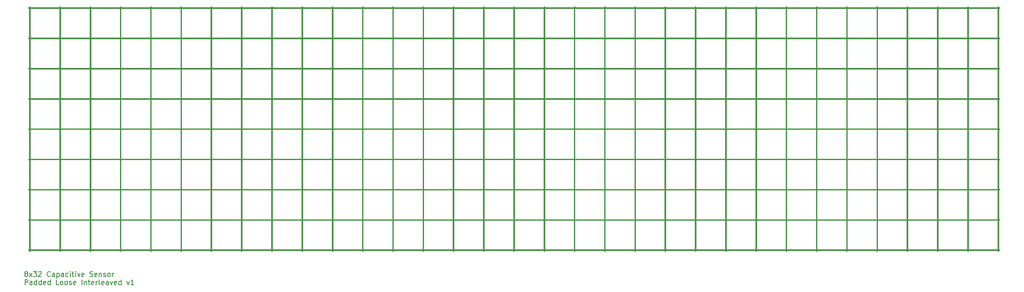
<source format=gto>
G04 #@! TF.GenerationSoftware,KiCad,Pcbnew,6.0.8+dfsg-1~bpo11+1*
G04 #@! TF.CreationDate,2023-05-15T15:14:37-04:00*
G04 #@! TF.ProjectId,08_padded_interleaved_loose,30385f70-6164-4646-9564-5f696e746572,rev?*
G04 #@! TF.SameCoordinates,Original*
G04 #@! TF.FileFunction,Legend,Top*
G04 #@! TF.FilePolarity,Positive*
%FSLAX46Y46*%
G04 Gerber Fmt 4.6, Leading zero omitted, Abs format (unit mm)*
G04 Created by KiCad (PCBNEW 6.0.8+dfsg-1~bpo11+1) date 2023-05-15 15:14:37*
%MOMM*%
%LPD*%
G01*
G04 APERTURE LIST*
%ADD10C,0.150000*%
%ADD11C,0.300000*%
G04 APERTURE END LIST*
D10*
X62253452Y-108650952D02*
X62158214Y-108603333D01*
X62110595Y-108555714D01*
X62062976Y-108460476D01*
X62062976Y-108412857D01*
X62110595Y-108317619D01*
X62158214Y-108270000D01*
X62253452Y-108222380D01*
X62443928Y-108222380D01*
X62539166Y-108270000D01*
X62586785Y-108317619D01*
X62634404Y-108412857D01*
X62634404Y-108460476D01*
X62586785Y-108555714D01*
X62539166Y-108603333D01*
X62443928Y-108650952D01*
X62253452Y-108650952D01*
X62158214Y-108698571D01*
X62110595Y-108746190D01*
X62062976Y-108841428D01*
X62062976Y-109031904D01*
X62110595Y-109127142D01*
X62158214Y-109174761D01*
X62253452Y-109222380D01*
X62443928Y-109222380D01*
X62539166Y-109174761D01*
X62586785Y-109127142D01*
X62634404Y-109031904D01*
X62634404Y-108841428D01*
X62586785Y-108746190D01*
X62539166Y-108698571D01*
X62443928Y-108650952D01*
X62967738Y-109222380D02*
X63491547Y-108555714D01*
X62967738Y-108555714D02*
X63491547Y-109222380D01*
X63777261Y-108222380D02*
X64396309Y-108222380D01*
X64062976Y-108603333D01*
X64205833Y-108603333D01*
X64301071Y-108650952D01*
X64348690Y-108698571D01*
X64396309Y-108793809D01*
X64396309Y-109031904D01*
X64348690Y-109127142D01*
X64301071Y-109174761D01*
X64205833Y-109222380D01*
X63920119Y-109222380D01*
X63824880Y-109174761D01*
X63777261Y-109127142D01*
X64777261Y-108317619D02*
X64824880Y-108270000D01*
X64920119Y-108222380D01*
X65158214Y-108222380D01*
X65253452Y-108270000D01*
X65301071Y-108317619D01*
X65348690Y-108412857D01*
X65348690Y-108508095D01*
X65301071Y-108650952D01*
X64729642Y-109222380D01*
X65348690Y-109222380D01*
X67110595Y-109127142D02*
X67062976Y-109174761D01*
X66920119Y-109222380D01*
X66824880Y-109222380D01*
X66682023Y-109174761D01*
X66586785Y-109079523D01*
X66539166Y-108984285D01*
X66491547Y-108793809D01*
X66491547Y-108650952D01*
X66539166Y-108460476D01*
X66586785Y-108365238D01*
X66682023Y-108270000D01*
X66824880Y-108222380D01*
X66920119Y-108222380D01*
X67062976Y-108270000D01*
X67110595Y-108317619D01*
X67967738Y-109222380D02*
X67967738Y-108698571D01*
X67920119Y-108603333D01*
X67824880Y-108555714D01*
X67634404Y-108555714D01*
X67539166Y-108603333D01*
X67967738Y-109174761D02*
X67872500Y-109222380D01*
X67634404Y-109222380D01*
X67539166Y-109174761D01*
X67491547Y-109079523D01*
X67491547Y-108984285D01*
X67539166Y-108889047D01*
X67634404Y-108841428D01*
X67872500Y-108841428D01*
X67967738Y-108793809D01*
X68443928Y-108555714D02*
X68443928Y-109555714D01*
X68443928Y-108603333D02*
X68539166Y-108555714D01*
X68729642Y-108555714D01*
X68824880Y-108603333D01*
X68872500Y-108650952D01*
X68920119Y-108746190D01*
X68920119Y-109031904D01*
X68872500Y-109127142D01*
X68824880Y-109174761D01*
X68729642Y-109222380D01*
X68539166Y-109222380D01*
X68443928Y-109174761D01*
X69777261Y-109222380D02*
X69777261Y-108698571D01*
X69729642Y-108603333D01*
X69634404Y-108555714D01*
X69443928Y-108555714D01*
X69348690Y-108603333D01*
X69777261Y-109174761D02*
X69682023Y-109222380D01*
X69443928Y-109222380D01*
X69348690Y-109174761D01*
X69301071Y-109079523D01*
X69301071Y-108984285D01*
X69348690Y-108889047D01*
X69443928Y-108841428D01*
X69682023Y-108841428D01*
X69777261Y-108793809D01*
X70682023Y-109174761D02*
X70586785Y-109222380D01*
X70396309Y-109222380D01*
X70301071Y-109174761D01*
X70253452Y-109127142D01*
X70205833Y-109031904D01*
X70205833Y-108746190D01*
X70253452Y-108650952D01*
X70301071Y-108603333D01*
X70396309Y-108555714D01*
X70586785Y-108555714D01*
X70682023Y-108603333D01*
X71110595Y-109222380D02*
X71110595Y-108555714D01*
X71110595Y-108222380D02*
X71062976Y-108270000D01*
X71110595Y-108317619D01*
X71158214Y-108270000D01*
X71110595Y-108222380D01*
X71110595Y-108317619D01*
X71443928Y-108555714D02*
X71824880Y-108555714D01*
X71586785Y-108222380D02*
X71586785Y-109079523D01*
X71634404Y-109174761D01*
X71729642Y-109222380D01*
X71824880Y-109222380D01*
X72158214Y-109222380D02*
X72158214Y-108555714D01*
X72158214Y-108222380D02*
X72110595Y-108270000D01*
X72158214Y-108317619D01*
X72205833Y-108270000D01*
X72158214Y-108222380D01*
X72158214Y-108317619D01*
X72539166Y-108555714D02*
X72777261Y-109222380D01*
X73015357Y-108555714D01*
X73777261Y-109174761D02*
X73682023Y-109222380D01*
X73491547Y-109222380D01*
X73396309Y-109174761D01*
X73348690Y-109079523D01*
X73348690Y-108698571D01*
X73396309Y-108603333D01*
X73491547Y-108555714D01*
X73682023Y-108555714D01*
X73777261Y-108603333D01*
X73824880Y-108698571D01*
X73824880Y-108793809D01*
X73348690Y-108889047D01*
X74967738Y-109174761D02*
X75110595Y-109222380D01*
X75348690Y-109222380D01*
X75443928Y-109174761D01*
X75491547Y-109127142D01*
X75539166Y-109031904D01*
X75539166Y-108936666D01*
X75491547Y-108841428D01*
X75443928Y-108793809D01*
X75348690Y-108746190D01*
X75158214Y-108698571D01*
X75062976Y-108650952D01*
X75015357Y-108603333D01*
X74967738Y-108508095D01*
X74967738Y-108412857D01*
X75015357Y-108317619D01*
X75062976Y-108270000D01*
X75158214Y-108222380D01*
X75396309Y-108222380D01*
X75539166Y-108270000D01*
X76348690Y-109174761D02*
X76253452Y-109222380D01*
X76062976Y-109222380D01*
X75967738Y-109174761D01*
X75920119Y-109079523D01*
X75920119Y-108698571D01*
X75967738Y-108603333D01*
X76062976Y-108555714D01*
X76253452Y-108555714D01*
X76348690Y-108603333D01*
X76396309Y-108698571D01*
X76396309Y-108793809D01*
X75920119Y-108889047D01*
X76824880Y-108555714D02*
X76824880Y-109222380D01*
X76824880Y-108650952D02*
X76872500Y-108603333D01*
X76967738Y-108555714D01*
X77110595Y-108555714D01*
X77205833Y-108603333D01*
X77253452Y-108698571D01*
X77253452Y-109222380D01*
X77682023Y-109174761D02*
X77777261Y-109222380D01*
X77967738Y-109222380D01*
X78062976Y-109174761D01*
X78110595Y-109079523D01*
X78110595Y-109031904D01*
X78062976Y-108936666D01*
X77967738Y-108889047D01*
X77824880Y-108889047D01*
X77729642Y-108841428D01*
X77682023Y-108746190D01*
X77682023Y-108698571D01*
X77729642Y-108603333D01*
X77824880Y-108555714D01*
X77967738Y-108555714D01*
X78062976Y-108603333D01*
X78682023Y-109222380D02*
X78586785Y-109174761D01*
X78539166Y-109127142D01*
X78491547Y-109031904D01*
X78491547Y-108746190D01*
X78539166Y-108650952D01*
X78586785Y-108603333D01*
X78682023Y-108555714D01*
X78824880Y-108555714D01*
X78920119Y-108603333D01*
X78967738Y-108650952D01*
X79015357Y-108746190D01*
X79015357Y-109031904D01*
X78967738Y-109127142D01*
X78920119Y-109174761D01*
X78824880Y-109222380D01*
X78682023Y-109222380D01*
X79443928Y-109222380D02*
X79443928Y-108555714D01*
X79443928Y-108746190D02*
X79491547Y-108650952D01*
X79539166Y-108603333D01*
X79634404Y-108555714D01*
X79729642Y-108555714D01*
X62110595Y-110832380D02*
X62110595Y-109832380D01*
X62491547Y-109832380D01*
X62586785Y-109880000D01*
X62634404Y-109927619D01*
X62682023Y-110022857D01*
X62682023Y-110165714D01*
X62634404Y-110260952D01*
X62586785Y-110308571D01*
X62491547Y-110356190D01*
X62110595Y-110356190D01*
X63539166Y-110832380D02*
X63539166Y-110308571D01*
X63491547Y-110213333D01*
X63396309Y-110165714D01*
X63205833Y-110165714D01*
X63110595Y-110213333D01*
X63539166Y-110784761D02*
X63443928Y-110832380D01*
X63205833Y-110832380D01*
X63110595Y-110784761D01*
X63062976Y-110689523D01*
X63062976Y-110594285D01*
X63110595Y-110499047D01*
X63205833Y-110451428D01*
X63443928Y-110451428D01*
X63539166Y-110403809D01*
X64443928Y-110832380D02*
X64443928Y-109832380D01*
X64443928Y-110784761D02*
X64348690Y-110832380D01*
X64158214Y-110832380D01*
X64062976Y-110784761D01*
X64015357Y-110737142D01*
X63967738Y-110641904D01*
X63967738Y-110356190D01*
X64015357Y-110260952D01*
X64062976Y-110213333D01*
X64158214Y-110165714D01*
X64348690Y-110165714D01*
X64443928Y-110213333D01*
X65348690Y-110832380D02*
X65348690Y-109832380D01*
X65348690Y-110784761D02*
X65253452Y-110832380D01*
X65062976Y-110832380D01*
X64967738Y-110784761D01*
X64920119Y-110737142D01*
X64872500Y-110641904D01*
X64872500Y-110356190D01*
X64920119Y-110260952D01*
X64967738Y-110213333D01*
X65062976Y-110165714D01*
X65253452Y-110165714D01*
X65348690Y-110213333D01*
X66205833Y-110784761D02*
X66110595Y-110832380D01*
X65920119Y-110832380D01*
X65824880Y-110784761D01*
X65777261Y-110689523D01*
X65777261Y-110308571D01*
X65824880Y-110213333D01*
X65920119Y-110165714D01*
X66110595Y-110165714D01*
X66205833Y-110213333D01*
X66253452Y-110308571D01*
X66253452Y-110403809D01*
X65777261Y-110499047D01*
X67110595Y-110832380D02*
X67110595Y-109832380D01*
X67110595Y-110784761D02*
X67015357Y-110832380D01*
X66824880Y-110832380D01*
X66729642Y-110784761D01*
X66682023Y-110737142D01*
X66634404Y-110641904D01*
X66634404Y-110356190D01*
X66682023Y-110260952D01*
X66729642Y-110213333D01*
X66824880Y-110165714D01*
X67015357Y-110165714D01*
X67110595Y-110213333D01*
X68824880Y-110832380D02*
X68348690Y-110832380D01*
X68348690Y-109832380D01*
X69301071Y-110832380D02*
X69205833Y-110784761D01*
X69158214Y-110737142D01*
X69110595Y-110641904D01*
X69110595Y-110356190D01*
X69158214Y-110260952D01*
X69205833Y-110213333D01*
X69301071Y-110165714D01*
X69443928Y-110165714D01*
X69539166Y-110213333D01*
X69586785Y-110260952D01*
X69634404Y-110356190D01*
X69634404Y-110641904D01*
X69586785Y-110737142D01*
X69539166Y-110784761D01*
X69443928Y-110832380D01*
X69301071Y-110832380D01*
X70205833Y-110832380D02*
X70110595Y-110784761D01*
X70062976Y-110737142D01*
X70015357Y-110641904D01*
X70015357Y-110356190D01*
X70062976Y-110260952D01*
X70110595Y-110213333D01*
X70205833Y-110165714D01*
X70348690Y-110165714D01*
X70443928Y-110213333D01*
X70491547Y-110260952D01*
X70539166Y-110356190D01*
X70539166Y-110641904D01*
X70491547Y-110737142D01*
X70443928Y-110784761D01*
X70348690Y-110832380D01*
X70205833Y-110832380D01*
X70920119Y-110784761D02*
X71015357Y-110832380D01*
X71205833Y-110832380D01*
X71301071Y-110784761D01*
X71348690Y-110689523D01*
X71348690Y-110641904D01*
X71301071Y-110546666D01*
X71205833Y-110499047D01*
X71062976Y-110499047D01*
X70967738Y-110451428D01*
X70920119Y-110356190D01*
X70920119Y-110308571D01*
X70967738Y-110213333D01*
X71062976Y-110165714D01*
X71205833Y-110165714D01*
X71301071Y-110213333D01*
X72158214Y-110784761D02*
X72062976Y-110832380D01*
X71872500Y-110832380D01*
X71777261Y-110784761D01*
X71729642Y-110689523D01*
X71729642Y-110308571D01*
X71777261Y-110213333D01*
X71872500Y-110165714D01*
X72062976Y-110165714D01*
X72158214Y-110213333D01*
X72205833Y-110308571D01*
X72205833Y-110403809D01*
X71729642Y-110499047D01*
X73396309Y-110832380D02*
X73396309Y-109832380D01*
X73872500Y-110165714D02*
X73872500Y-110832380D01*
X73872500Y-110260952D02*
X73920119Y-110213333D01*
X74015357Y-110165714D01*
X74158214Y-110165714D01*
X74253452Y-110213333D01*
X74301071Y-110308571D01*
X74301071Y-110832380D01*
X74634404Y-110165714D02*
X75015357Y-110165714D01*
X74777261Y-109832380D02*
X74777261Y-110689523D01*
X74824880Y-110784761D01*
X74920119Y-110832380D01*
X75015357Y-110832380D01*
X75729642Y-110784761D02*
X75634404Y-110832380D01*
X75443928Y-110832380D01*
X75348690Y-110784761D01*
X75301071Y-110689523D01*
X75301071Y-110308571D01*
X75348690Y-110213333D01*
X75443928Y-110165714D01*
X75634404Y-110165714D01*
X75729642Y-110213333D01*
X75777261Y-110308571D01*
X75777261Y-110403809D01*
X75301071Y-110499047D01*
X76205833Y-110832380D02*
X76205833Y-110165714D01*
X76205833Y-110356190D02*
X76253452Y-110260952D01*
X76301071Y-110213333D01*
X76396309Y-110165714D01*
X76491547Y-110165714D01*
X76967738Y-110832380D02*
X76872500Y-110784761D01*
X76824880Y-110689523D01*
X76824880Y-109832380D01*
X77729642Y-110784761D02*
X77634404Y-110832380D01*
X77443928Y-110832380D01*
X77348690Y-110784761D01*
X77301071Y-110689523D01*
X77301071Y-110308571D01*
X77348690Y-110213333D01*
X77443928Y-110165714D01*
X77634404Y-110165714D01*
X77729642Y-110213333D01*
X77777261Y-110308571D01*
X77777261Y-110403809D01*
X77301071Y-110499047D01*
X78634404Y-110832380D02*
X78634404Y-110308571D01*
X78586785Y-110213333D01*
X78491547Y-110165714D01*
X78301071Y-110165714D01*
X78205833Y-110213333D01*
X78634404Y-110784761D02*
X78539166Y-110832380D01*
X78301071Y-110832380D01*
X78205833Y-110784761D01*
X78158214Y-110689523D01*
X78158214Y-110594285D01*
X78205833Y-110499047D01*
X78301071Y-110451428D01*
X78539166Y-110451428D01*
X78634404Y-110403809D01*
X79015357Y-110165714D02*
X79253452Y-110832380D01*
X79491547Y-110165714D01*
X80253452Y-110784761D02*
X80158214Y-110832380D01*
X79967738Y-110832380D01*
X79872500Y-110784761D01*
X79824880Y-110689523D01*
X79824880Y-110308571D01*
X79872500Y-110213333D01*
X79967738Y-110165714D01*
X80158214Y-110165714D01*
X80253452Y-110213333D01*
X80301071Y-110308571D01*
X80301071Y-110403809D01*
X79824880Y-110499047D01*
X81158214Y-110832380D02*
X81158214Y-109832380D01*
X81158214Y-110784761D02*
X81062976Y-110832380D01*
X80872500Y-110832380D01*
X80777261Y-110784761D01*
X80729642Y-110737142D01*
X80682023Y-110641904D01*
X80682023Y-110356190D01*
X80729642Y-110260952D01*
X80777261Y-110213333D01*
X80872500Y-110165714D01*
X81062976Y-110165714D01*
X81158214Y-110213333D01*
X82301071Y-110165714D02*
X82539166Y-110832380D01*
X82777261Y-110165714D01*
X83682023Y-110832380D02*
X83110595Y-110832380D01*
X83396309Y-110832380D02*
X83396309Y-109832380D01*
X83301071Y-109975238D01*
X83205833Y-110070476D01*
X83110595Y-110118095D01*
D11*
X63085000Y-55855000D02*
X63085000Y-104155000D01*
X69085000Y-55855000D02*
X69085000Y-104155000D01*
X75085000Y-55855000D02*
X75085000Y-104155000D01*
X81085000Y-55855000D02*
X81085000Y-104155000D01*
X87085000Y-55855000D02*
X87085000Y-104155000D01*
X93085000Y-55855000D02*
X93085000Y-104155000D01*
X99085000Y-55855000D02*
X99085000Y-104155000D01*
X105085000Y-55855000D02*
X105085000Y-104155000D01*
X111085000Y-55855000D02*
X111085000Y-104155000D01*
X117085000Y-55855000D02*
X117085000Y-104155000D01*
X123085000Y-55855000D02*
X123085000Y-104155000D01*
X129085000Y-55855000D02*
X129085000Y-104155000D01*
X135085000Y-55855000D02*
X135085000Y-104155000D01*
X141085000Y-55855000D02*
X141085000Y-104155000D01*
X147085000Y-55855000D02*
X147085000Y-104155000D01*
X153085000Y-55855000D02*
X153085000Y-104155000D01*
X159085000Y-55855000D02*
X159085000Y-104155000D01*
X165085000Y-55855000D02*
X165085000Y-104155000D01*
X171085000Y-55855000D02*
X171085000Y-104155000D01*
X177085000Y-55855000D02*
X177085000Y-104155000D01*
X183085000Y-55855000D02*
X183085000Y-104155000D01*
X189085000Y-55855000D02*
X189085000Y-104155000D01*
X195085000Y-55855000D02*
X195085000Y-104155000D01*
X201085000Y-55855000D02*
X201085000Y-104155000D01*
X207085000Y-55855000D02*
X207085000Y-104155000D01*
X213085000Y-55855000D02*
X213085000Y-104155000D01*
X219085000Y-55855000D02*
X219085000Y-104155000D01*
X225085000Y-55855000D02*
X225085000Y-104155000D01*
X231085000Y-55855000D02*
X231085000Y-104155000D01*
X237085000Y-55855000D02*
X237085000Y-104155000D01*
X243085000Y-55855000D02*
X243085000Y-104155000D01*
X249085000Y-55855000D02*
X249085000Y-104155000D01*
X255085000Y-55855000D02*
X255085000Y-104155000D01*
X62935000Y-56005000D02*
X255235000Y-56005000D01*
X62935000Y-62005000D02*
X255235000Y-62005000D01*
X62935000Y-68005000D02*
X255235000Y-68005000D01*
X62935000Y-74005000D02*
X255235000Y-74005000D01*
X62935000Y-80005000D02*
X255235000Y-80005000D01*
X62935000Y-86005000D02*
X255235000Y-86005000D01*
X62935000Y-92005000D02*
X255235000Y-92005000D01*
X62935000Y-98005000D02*
X255235000Y-98005000D01*
X62935000Y-104005000D02*
X255235000Y-104005000D01*
%LPC*%
G36*
X63235000Y-56155000D02*
G01*
X68935000Y-56155000D01*
X68935000Y-61855000D01*
X63235000Y-61855000D01*
X63235000Y-56155000D01*
G37*
G36*
X63235000Y-62155000D02*
G01*
X68935000Y-62155000D01*
X68935000Y-67855000D01*
X63235000Y-67855000D01*
X63235000Y-62155000D01*
G37*
G36*
X63235000Y-68155000D02*
G01*
X68935000Y-68155000D01*
X68935000Y-73855000D01*
X63235000Y-73855000D01*
X63235000Y-68155000D01*
G37*
G36*
X63235000Y-74155000D02*
G01*
X68935000Y-74155000D01*
X68935000Y-79855000D01*
X63235000Y-79855000D01*
X63235000Y-74155000D01*
G37*
G36*
X63235000Y-80155000D02*
G01*
X68935000Y-80155000D01*
X68935000Y-85855000D01*
X63235000Y-85855000D01*
X63235000Y-80155000D01*
G37*
G36*
X63235000Y-86155000D02*
G01*
X68935000Y-86155000D01*
X68935000Y-91855000D01*
X63235000Y-91855000D01*
X63235000Y-86155000D01*
G37*
G36*
X63235000Y-92155000D02*
G01*
X68935000Y-92155000D01*
X68935000Y-97855000D01*
X63235000Y-97855000D01*
X63235000Y-92155000D01*
G37*
G36*
X63235000Y-98155000D02*
G01*
X68935000Y-98155000D01*
X68935000Y-103855000D01*
X63235000Y-103855000D01*
X63235000Y-98155000D01*
G37*
G36*
X69235000Y-56155000D02*
G01*
X74935000Y-56155000D01*
X74935000Y-61855000D01*
X69235000Y-61855000D01*
X69235000Y-56155000D01*
G37*
G36*
X69235000Y-62155000D02*
G01*
X74935000Y-62155000D01*
X74935000Y-67855000D01*
X69235000Y-67855000D01*
X69235000Y-62155000D01*
G37*
G36*
X69235000Y-68155000D02*
G01*
X74935000Y-68155000D01*
X74935000Y-73855000D01*
X69235000Y-73855000D01*
X69235000Y-68155000D01*
G37*
G36*
X69235000Y-74155000D02*
G01*
X74935000Y-74155000D01*
X74935000Y-79855000D01*
X69235000Y-79855000D01*
X69235000Y-74155000D01*
G37*
G36*
X69235000Y-80155000D02*
G01*
X74935000Y-80155000D01*
X74935000Y-85855000D01*
X69235000Y-85855000D01*
X69235000Y-80155000D01*
G37*
G36*
X69235000Y-86155000D02*
G01*
X74935000Y-86155000D01*
X74935000Y-91855000D01*
X69235000Y-91855000D01*
X69235000Y-86155000D01*
G37*
G36*
X69235000Y-92155000D02*
G01*
X74935000Y-92155000D01*
X74935000Y-97855000D01*
X69235000Y-97855000D01*
X69235000Y-92155000D01*
G37*
G36*
X69235000Y-98155000D02*
G01*
X74935000Y-98155000D01*
X74935000Y-103855000D01*
X69235000Y-103855000D01*
X69235000Y-98155000D01*
G37*
G36*
X75235000Y-56155000D02*
G01*
X80935000Y-56155000D01*
X80935000Y-61855000D01*
X75235000Y-61855000D01*
X75235000Y-56155000D01*
G37*
G36*
X75235000Y-62155000D02*
G01*
X80935000Y-62155000D01*
X80935000Y-67855000D01*
X75235000Y-67855000D01*
X75235000Y-62155000D01*
G37*
G36*
X75235000Y-68155000D02*
G01*
X80935000Y-68155000D01*
X80935000Y-73855000D01*
X75235000Y-73855000D01*
X75235000Y-68155000D01*
G37*
G36*
X75235000Y-74155000D02*
G01*
X80935000Y-74155000D01*
X80935000Y-79855000D01*
X75235000Y-79855000D01*
X75235000Y-74155000D01*
G37*
G36*
X75235000Y-80155000D02*
G01*
X80935000Y-80155000D01*
X80935000Y-85855000D01*
X75235000Y-85855000D01*
X75235000Y-80155000D01*
G37*
G36*
X75235000Y-86155000D02*
G01*
X80935000Y-86155000D01*
X80935000Y-91855000D01*
X75235000Y-91855000D01*
X75235000Y-86155000D01*
G37*
G36*
X75235000Y-92155000D02*
G01*
X80935000Y-92155000D01*
X80935000Y-97855000D01*
X75235000Y-97855000D01*
X75235000Y-92155000D01*
G37*
G36*
X75235000Y-98155000D02*
G01*
X80935000Y-98155000D01*
X80935000Y-103855000D01*
X75235000Y-103855000D01*
X75235000Y-98155000D01*
G37*
G36*
X81235000Y-56155000D02*
G01*
X86935000Y-56155000D01*
X86935000Y-61855000D01*
X81235000Y-61855000D01*
X81235000Y-56155000D01*
G37*
G36*
X81235000Y-62155000D02*
G01*
X86935000Y-62155000D01*
X86935000Y-67855000D01*
X81235000Y-67855000D01*
X81235000Y-62155000D01*
G37*
G36*
X81235000Y-68155000D02*
G01*
X86935000Y-68155000D01*
X86935000Y-73855000D01*
X81235000Y-73855000D01*
X81235000Y-68155000D01*
G37*
G36*
X81235000Y-74155000D02*
G01*
X86935000Y-74155000D01*
X86935000Y-79855000D01*
X81235000Y-79855000D01*
X81235000Y-74155000D01*
G37*
G36*
X81235000Y-80155000D02*
G01*
X86935000Y-80155000D01*
X86935000Y-85855000D01*
X81235000Y-85855000D01*
X81235000Y-80155000D01*
G37*
G36*
X81235000Y-86155000D02*
G01*
X86935000Y-86155000D01*
X86935000Y-91855000D01*
X81235000Y-91855000D01*
X81235000Y-86155000D01*
G37*
G36*
X81235000Y-92155000D02*
G01*
X86935000Y-92155000D01*
X86935000Y-97855000D01*
X81235000Y-97855000D01*
X81235000Y-92155000D01*
G37*
G36*
X81235000Y-98155000D02*
G01*
X86935000Y-98155000D01*
X86935000Y-103855000D01*
X81235000Y-103855000D01*
X81235000Y-98155000D01*
G37*
G36*
X87235000Y-56155000D02*
G01*
X92935000Y-56155000D01*
X92935000Y-61855000D01*
X87235000Y-61855000D01*
X87235000Y-56155000D01*
G37*
G36*
X87235000Y-62155000D02*
G01*
X92935000Y-62155000D01*
X92935000Y-67855000D01*
X87235000Y-67855000D01*
X87235000Y-62155000D01*
G37*
G36*
X87235000Y-68155000D02*
G01*
X92935000Y-68155000D01*
X92935000Y-73855000D01*
X87235000Y-73855000D01*
X87235000Y-68155000D01*
G37*
G36*
X87235000Y-74155000D02*
G01*
X92935000Y-74155000D01*
X92935000Y-79855000D01*
X87235000Y-79855000D01*
X87235000Y-74155000D01*
G37*
G36*
X87235000Y-80155000D02*
G01*
X92935000Y-80155000D01*
X92935000Y-85855000D01*
X87235000Y-85855000D01*
X87235000Y-80155000D01*
G37*
G36*
X87235000Y-86155000D02*
G01*
X92935000Y-86155000D01*
X92935000Y-91855000D01*
X87235000Y-91855000D01*
X87235000Y-86155000D01*
G37*
G36*
X87235000Y-92155000D02*
G01*
X92935000Y-92155000D01*
X92935000Y-97855000D01*
X87235000Y-97855000D01*
X87235000Y-92155000D01*
G37*
G36*
X87235000Y-98155000D02*
G01*
X92935000Y-98155000D01*
X92935000Y-103855000D01*
X87235000Y-103855000D01*
X87235000Y-98155000D01*
G37*
G36*
X93235000Y-56155000D02*
G01*
X98935000Y-56155000D01*
X98935000Y-61855000D01*
X93235000Y-61855000D01*
X93235000Y-56155000D01*
G37*
G36*
X93235000Y-62155000D02*
G01*
X98935000Y-62155000D01*
X98935000Y-67855000D01*
X93235000Y-67855000D01*
X93235000Y-62155000D01*
G37*
G36*
X93235000Y-68155000D02*
G01*
X98935000Y-68155000D01*
X98935000Y-73855000D01*
X93235000Y-73855000D01*
X93235000Y-68155000D01*
G37*
G36*
X93235000Y-74155000D02*
G01*
X98935000Y-74155000D01*
X98935000Y-79855000D01*
X93235000Y-79855000D01*
X93235000Y-74155000D01*
G37*
G36*
X93235000Y-80155000D02*
G01*
X98935000Y-80155000D01*
X98935000Y-85855000D01*
X93235000Y-85855000D01*
X93235000Y-80155000D01*
G37*
G36*
X93235000Y-86155000D02*
G01*
X98935000Y-86155000D01*
X98935000Y-91855000D01*
X93235000Y-91855000D01*
X93235000Y-86155000D01*
G37*
G36*
X93235000Y-92155000D02*
G01*
X98935000Y-92155000D01*
X98935000Y-97855000D01*
X93235000Y-97855000D01*
X93235000Y-92155000D01*
G37*
G36*
X93235000Y-98155000D02*
G01*
X98935000Y-98155000D01*
X98935000Y-103855000D01*
X93235000Y-103855000D01*
X93235000Y-98155000D01*
G37*
G36*
X99235000Y-56155000D02*
G01*
X104935000Y-56155000D01*
X104935000Y-61855000D01*
X99235000Y-61855000D01*
X99235000Y-56155000D01*
G37*
G36*
X99235000Y-62155000D02*
G01*
X104935000Y-62155000D01*
X104935000Y-67855000D01*
X99235000Y-67855000D01*
X99235000Y-62155000D01*
G37*
G36*
X99235000Y-68155000D02*
G01*
X104935000Y-68155000D01*
X104935000Y-73855000D01*
X99235000Y-73855000D01*
X99235000Y-68155000D01*
G37*
G36*
X99235000Y-74155000D02*
G01*
X104935000Y-74155000D01*
X104935000Y-79855000D01*
X99235000Y-79855000D01*
X99235000Y-74155000D01*
G37*
G36*
X99235000Y-80155000D02*
G01*
X104935000Y-80155000D01*
X104935000Y-85855000D01*
X99235000Y-85855000D01*
X99235000Y-80155000D01*
G37*
G36*
X99235000Y-86155000D02*
G01*
X104935000Y-86155000D01*
X104935000Y-91855000D01*
X99235000Y-91855000D01*
X99235000Y-86155000D01*
G37*
G36*
X99235000Y-92155000D02*
G01*
X104935000Y-92155000D01*
X104935000Y-97855000D01*
X99235000Y-97855000D01*
X99235000Y-92155000D01*
G37*
G36*
X99235000Y-98155000D02*
G01*
X104935000Y-98155000D01*
X104935000Y-103855000D01*
X99235000Y-103855000D01*
X99235000Y-98155000D01*
G37*
G36*
X105235000Y-56155000D02*
G01*
X110935000Y-56155000D01*
X110935000Y-61855000D01*
X105235000Y-61855000D01*
X105235000Y-56155000D01*
G37*
G36*
X105235000Y-62155000D02*
G01*
X110935000Y-62155000D01*
X110935000Y-67855000D01*
X105235000Y-67855000D01*
X105235000Y-62155000D01*
G37*
G36*
X105235000Y-68155000D02*
G01*
X110935000Y-68155000D01*
X110935000Y-73855000D01*
X105235000Y-73855000D01*
X105235000Y-68155000D01*
G37*
G36*
X105235000Y-74155000D02*
G01*
X110935000Y-74155000D01*
X110935000Y-79855000D01*
X105235000Y-79855000D01*
X105235000Y-74155000D01*
G37*
G36*
X105235000Y-80155000D02*
G01*
X110935000Y-80155000D01*
X110935000Y-85855000D01*
X105235000Y-85855000D01*
X105235000Y-80155000D01*
G37*
G36*
X105235000Y-86155000D02*
G01*
X110935000Y-86155000D01*
X110935000Y-91855000D01*
X105235000Y-91855000D01*
X105235000Y-86155000D01*
G37*
G36*
X105235000Y-92155000D02*
G01*
X110935000Y-92155000D01*
X110935000Y-97855000D01*
X105235000Y-97855000D01*
X105235000Y-92155000D01*
G37*
G36*
X105235000Y-98155000D02*
G01*
X110935000Y-98155000D01*
X110935000Y-103855000D01*
X105235000Y-103855000D01*
X105235000Y-98155000D01*
G37*
G36*
X111235000Y-56155000D02*
G01*
X116935000Y-56155000D01*
X116935000Y-61855000D01*
X111235000Y-61855000D01*
X111235000Y-56155000D01*
G37*
G36*
X111235000Y-62155000D02*
G01*
X116935000Y-62155000D01*
X116935000Y-67855000D01*
X111235000Y-67855000D01*
X111235000Y-62155000D01*
G37*
G36*
X111235000Y-68155000D02*
G01*
X116935000Y-68155000D01*
X116935000Y-73855000D01*
X111235000Y-73855000D01*
X111235000Y-68155000D01*
G37*
G36*
X111235000Y-74155000D02*
G01*
X116935000Y-74155000D01*
X116935000Y-79855000D01*
X111235000Y-79855000D01*
X111235000Y-74155000D01*
G37*
G36*
X111235000Y-80155000D02*
G01*
X116935000Y-80155000D01*
X116935000Y-85855000D01*
X111235000Y-85855000D01*
X111235000Y-80155000D01*
G37*
G36*
X111235000Y-86155000D02*
G01*
X116935000Y-86155000D01*
X116935000Y-91855000D01*
X111235000Y-91855000D01*
X111235000Y-86155000D01*
G37*
G36*
X111235000Y-92155000D02*
G01*
X116935000Y-92155000D01*
X116935000Y-97855000D01*
X111235000Y-97855000D01*
X111235000Y-92155000D01*
G37*
G36*
X111235000Y-98155000D02*
G01*
X116935000Y-98155000D01*
X116935000Y-103855000D01*
X111235000Y-103855000D01*
X111235000Y-98155000D01*
G37*
G36*
X117235000Y-56155000D02*
G01*
X122935000Y-56155000D01*
X122935000Y-61855000D01*
X117235000Y-61855000D01*
X117235000Y-56155000D01*
G37*
G36*
X117235000Y-62155000D02*
G01*
X122935000Y-62155000D01*
X122935000Y-67855000D01*
X117235000Y-67855000D01*
X117235000Y-62155000D01*
G37*
G36*
X117235000Y-68155000D02*
G01*
X122935000Y-68155000D01*
X122935000Y-73855000D01*
X117235000Y-73855000D01*
X117235000Y-68155000D01*
G37*
G36*
X117235000Y-74155000D02*
G01*
X122935000Y-74155000D01*
X122935000Y-79855000D01*
X117235000Y-79855000D01*
X117235000Y-74155000D01*
G37*
G36*
X117235000Y-80155000D02*
G01*
X122935000Y-80155000D01*
X122935000Y-85855000D01*
X117235000Y-85855000D01*
X117235000Y-80155000D01*
G37*
G36*
X117235000Y-86155000D02*
G01*
X122935000Y-86155000D01*
X122935000Y-91855000D01*
X117235000Y-91855000D01*
X117235000Y-86155000D01*
G37*
G36*
X117235000Y-92155000D02*
G01*
X122935000Y-92155000D01*
X122935000Y-97855000D01*
X117235000Y-97855000D01*
X117235000Y-92155000D01*
G37*
G36*
X117235000Y-98155000D02*
G01*
X122935000Y-98155000D01*
X122935000Y-103855000D01*
X117235000Y-103855000D01*
X117235000Y-98155000D01*
G37*
G36*
X123235000Y-56155000D02*
G01*
X128935000Y-56155000D01*
X128935000Y-61855000D01*
X123235000Y-61855000D01*
X123235000Y-56155000D01*
G37*
G36*
X123235000Y-62155000D02*
G01*
X128935000Y-62155000D01*
X128935000Y-67855000D01*
X123235000Y-67855000D01*
X123235000Y-62155000D01*
G37*
G36*
X123235000Y-68155000D02*
G01*
X128935000Y-68155000D01*
X128935000Y-73855000D01*
X123235000Y-73855000D01*
X123235000Y-68155000D01*
G37*
G36*
X123235000Y-74155000D02*
G01*
X128935000Y-74155000D01*
X128935000Y-79855000D01*
X123235000Y-79855000D01*
X123235000Y-74155000D01*
G37*
G36*
X123235000Y-80155000D02*
G01*
X128935000Y-80155000D01*
X128935000Y-85855000D01*
X123235000Y-85855000D01*
X123235000Y-80155000D01*
G37*
G36*
X123235000Y-86155000D02*
G01*
X128935000Y-86155000D01*
X128935000Y-91855000D01*
X123235000Y-91855000D01*
X123235000Y-86155000D01*
G37*
G36*
X123235000Y-92155000D02*
G01*
X128935000Y-92155000D01*
X128935000Y-97855000D01*
X123235000Y-97855000D01*
X123235000Y-92155000D01*
G37*
G36*
X123235000Y-98155000D02*
G01*
X128935000Y-98155000D01*
X128935000Y-103855000D01*
X123235000Y-103855000D01*
X123235000Y-98155000D01*
G37*
G36*
X129235000Y-56155000D02*
G01*
X134935000Y-56155000D01*
X134935000Y-61855000D01*
X129235000Y-61855000D01*
X129235000Y-56155000D01*
G37*
G36*
X129235000Y-62155000D02*
G01*
X134935000Y-62155000D01*
X134935000Y-67855000D01*
X129235000Y-67855000D01*
X129235000Y-62155000D01*
G37*
G36*
X129235000Y-68155000D02*
G01*
X134935000Y-68155000D01*
X134935000Y-73855000D01*
X129235000Y-73855000D01*
X129235000Y-68155000D01*
G37*
G36*
X129235000Y-74155000D02*
G01*
X134935000Y-74155000D01*
X134935000Y-79855000D01*
X129235000Y-79855000D01*
X129235000Y-74155000D01*
G37*
G36*
X129235000Y-80155000D02*
G01*
X134935000Y-80155000D01*
X134935000Y-85855000D01*
X129235000Y-85855000D01*
X129235000Y-80155000D01*
G37*
G36*
X129235000Y-86155000D02*
G01*
X134935000Y-86155000D01*
X134935000Y-91855000D01*
X129235000Y-91855000D01*
X129235000Y-86155000D01*
G37*
G36*
X129235000Y-92155000D02*
G01*
X134935000Y-92155000D01*
X134935000Y-97855000D01*
X129235000Y-97855000D01*
X129235000Y-92155000D01*
G37*
G36*
X129235000Y-98155000D02*
G01*
X134935000Y-98155000D01*
X134935000Y-103855000D01*
X129235000Y-103855000D01*
X129235000Y-98155000D01*
G37*
G36*
X135235000Y-56155000D02*
G01*
X140935000Y-56155000D01*
X140935000Y-61855000D01*
X135235000Y-61855000D01*
X135235000Y-56155000D01*
G37*
G36*
X135235000Y-62155000D02*
G01*
X140935000Y-62155000D01*
X140935000Y-67855000D01*
X135235000Y-67855000D01*
X135235000Y-62155000D01*
G37*
G36*
X135235000Y-68155000D02*
G01*
X140935000Y-68155000D01*
X140935000Y-73855000D01*
X135235000Y-73855000D01*
X135235000Y-68155000D01*
G37*
G36*
X135235000Y-74155000D02*
G01*
X140935000Y-74155000D01*
X140935000Y-79855000D01*
X135235000Y-79855000D01*
X135235000Y-74155000D01*
G37*
G36*
X135235000Y-80155000D02*
G01*
X140935000Y-80155000D01*
X140935000Y-85855000D01*
X135235000Y-85855000D01*
X135235000Y-80155000D01*
G37*
G36*
X135235000Y-86155000D02*
G01*
X140935000Y-86155000D01*
X140935000Y-91855000D01*
X135235000Y-91855000D01*
X135235000Y-86155000D01*
G37*
G36*
X135235000Y-92155000D02*
G01*
X140935000Y-92155000D01*
X140935000Y-97855000D01*
X135235000Y-97855000D01*
X135235000Y-92155000D01*
G37*
G36*
X135235000Y-98155000D02*
G01*
X140935000Y-98155000D01*
X140935000Y-103855000D01*
X135235000Y-103855000D01*
X135235000Y-98155000D01*
G37*
G36*
X141235000Y-56155000D02*
G01*
X146935000Y-56155000D01*
X146935000Y-61855000D01*
X141235000Y-61855000D01*
X141235000Y-56155000D01*
G37*
G36*
X141235000Y-62155000D02*
G01*
X146935000Y-62155000D01*
X146935000Y-67855000D01*
X141235000Y-67855000D01*
X141235000Y-62155000D01*
G37*
G36*
X141235000Y-68155000D02*
G01*
X146935000Y-68155000D01*
X146935000Y-73855000D01*
X141235000Y-73855000D01*
X141235000Y-68155000D01*
G37*
G36*
X141235000Y-74155000D02*
G01*
X146935000Y-74155000D01*
X146935000Y-79855000D01*
X141235000Y-79855000D01*
X141235000Y-74155000D01*
G37*
G36*
X141235000Y-80155000D02*
G01*
X146935000Y-80155000D01*
X146935000Y-85855000D01*
X141235000Y-85855000D01*
X141235000Y-80155000D01*
G37*
G36*
X141235000Y-86155000D02*
G01*
X146935000Y-86155000D01*
X146935000Y-91855000D01*
X141235000Y-91855000D01*
X141235000Y-86155000D01*
G37*
G36*
X141235000Y-92155000D02*
G01*
X146935000Y-92155000D01*
X146935000Y-97855000D01*
X141235000Y-97855000D01*
X141235000Y-92155000D01*
G37*
G36*
X141235000Y-98155000D02*
G01*
X146935000Y-98155000D01*
X146935000Y-103855000D01*
X141235000Y-103855000D01*
X141235000Y-98155000D01*
G37*
G36*
X147235000Y-56155000D02*
G01*
X152935000Y-56155000D01*
X152935000Y-61855000D01*
X147235000Y-61855000D01*
X147235000Y-56155000D01*
G37*
G36*
X147235000Y-62155000D02*
G01*
X152935000Y-62155000D01*
X152935000Y-67855000D01*
X147235000Y-67855000D01*
X147235000Y-62155000D01*
G37*
G36*
X147235000Y-68155000D02*
G01*
X152935000Y-68155000D01*
X152935000Y-73855000D01*
X147235000Y-73855000D01*
X147235000Y-68155000D01*
G37*
G36*
X147235000Y-74155000D02*
G01*
X152935000Y-74155000D01*
X152935000Y-79855000D01*
X147235000Y-79855000D01*
X147235000Y-74155000D01*
G37*
G36*
X147235000Y-80155000D02*
G01*
X152935000Y-80155000D01*
X152935000Y-85855000D01*
X147235000Y-85855000D01*
X147235000Y-80155000D01*
G37*
G36*
X147235000Y-86155000D02*
G01*
X152935000Y-86155000D01*
X152935000Y-91855000D01*
X147235000Y-91855000D01*
X147235000Y-86155000D01*
G37*
G36*
X147235000Y-92155000D02*
G01*
X152935000Y-92155000D01*
X152935000Y-97855000D01*
X147235000Y-97855000D01*
X147235000Y-92155000D01*
G37*
G36*
X147235000Y-98155000D02*
G01*
X152935000Y-98155000D01*
X152935000Y-103855000D01*
X147235000Y-103855000D01*
X147235000Y-98155000D01*
G37*
G36*
X153235000Y-56155000D02*
G01*
X158935000Y-56155000D01*
X158935000Y-61855000D01*
X153235000Y-61855000D01*
X153235000Y-56155000D01*
G37*
G36*
X153235000Y-62155000D02*
G01*
X158935000Y-62155000D01*
X158935000Y-67855000D01*
X153235000Y-67855000D01*
X153235000Y-62155000D01*
G37*
G36*
X153235000Y-68155000D02*
G01*
X158935000Y-68155000D01*
X158935000Y-73855000D01*
X153235000Y-73855000D01*
X153235000Y-68155000D01*
G37*
G36*
X153235000Y-74155000D02*
G01*
X158935000Y-74155000D01*
X158935000Y-79855000D01*
X153235000Y-79855000D01*
X153235000Y-74155000D01*
G37*
G36*
X153235000Y-80155000D02*
G01*
X158935000Y-80155000D01*
X158935000Y-85855000D01*
X153235000Y-85855000D01*
X153235000Y-80155000D01*
G37*
G36*
X153235000Y-86155000D02*
G01*
X158935000Y-86155000D01*
X158935000Y-91855000D01*
X153235000Y-91855000D01*
X153235000Y-86155000D01*
G37*
G36*
X153235000Y-92155000D02*
G01*
X158935000Y-92155000D01*
X158935000Y-97855000D01*
X153235000Y-97855000D01*
X153235000Y-92155000D01*
G37*
G36*
X153235000Y-98155000D02*
G01*
X158935000Y-98155000D01*
X158935000Y-103855000D01*
X153235000Y-103855000D01*
X153235000Y-98155000D01*
G37*
G36*
X159235000Y-56155000D02*
G01*
X164935000Y-56155000D01*
X164935000Y-61855000D01*
X159235000Y-61855000D01*
X159235000Y-56155000D01*
G37*
G36*
X159235000Y-62155000D02*
G01*
X164935000Y-62155000D01*
X164935000Y-67855000D01*
X159235000Y-67855000D01*
X159235000Y-62155000D01*
G37*
G36*
X159235000Y-68155000D02*
G01*
X164935000Y-68155000D01*
X164935000Y-73855000D01*
X159235000Y-73855000D01*
X159235000Y-68155000D01*
G37*
G36*
X159235000Y-74155000D02*
G01*
X164935000Y-74155000D01*
X164935000Y-79855000D01*
X159235000Y-79855000D01*
X159235000Y-74155000D01*
G37*
G36*
X159235000Y-80155000D02*
G01*
X164935000Y-80155000D01*
X164935000Y-85855000D01*
X159235000Y-85855000D01*
X159235000Y-80155000D01*
G37*
G36*
X159235000Y-86155000D02*
G01*
X164935000Y-86155000D01*
X164935000Y-91855000D01*
X159235000Y-91855000D01*
X159235000Y-86155000D01*
G37*
G36*
X159235000Y-92155000D02*
G01*
X164935000Y-92155000D01*
X164935000Y-97855000D01*
X159235000Y-97855000D01*
X159235000Y-92155000D01*
G37*
G36*
X159235000Y-98155000D02*
G01*
X164935000Y-98155000D01*
X164935000Y-103855000D01*
X159235000Y-103855000D01*
X159235000Y-98155000D01*
G37*
G36*
X165235000Y-56155000D02*
G01*
X170935000Y-56155000D01*
X170935000Y-61855000D01*
X165235000Y-61855000D01*
X165235000Y-56155000D01*
G37*
G36*
X165235000Y-62155000D02*
G01*
X170935000Y-62155000D01*
X170935000Y-67855000D01*
X165235000Y-67855000D01*
X165235000Y-62155000D01*
G37*
G36*
X165235000Y-68155000D02*
G01*
X170935000Y-68155000D01*
X170935000Y-73855000D01*
X165235000Y-73855000D01*
X165235000Y-68155000D01*
G37*
G36*
X165235000Y-74155000D02*
G01*
X170935000Y-74155000D01*
X170935000Y-79855000D01*
X165235000Y-79855000D01*
X165235000Y-74155000D01*
G37*
G36*
X165235000Y-80155000D02*
G01*
X170935000Y-80155000D01*
X170935000Y-85855000D01*
X165235000Y-85855000D01*
X165235000Y-80155000D01*
G37*
G36*
X165235000Y-86155000D02*
G01*
X170935000Y-86155000D01*
X170935000Y-91855000D01*
X165235000Y-91855000D01*
X165235000Y-86155000D01*
G37*
G36*
X165235000Y-92155000D02*
G01*
X170935000Y-92155000D01*
X170935000Y-97855000D01*
X165235000Y-97855000D01*
X165235000Y-92155000D01*
G37*
G36*
X165235000Y-98155000D02*
G01*
X170935000Y-98155000D01*
X170935000Y-103855000D01*
X165235000Y-103855000D01*
X165235000Y-98155000D01*
G37*
G36*
X171235000Y-56155000D02*
G01*
X176935000Y-56155000D01*
X176935000Y-61855000D01*
X171235000Y-61855000D01*
X171235000Y-56155000D01*
G37*
G36*
X171235000Y-62155000D02*
G01*
X176935000Y-62155000D01*
X176935000Y-67855000D01*
X171235000Y-67855000D01*
X171235000Y-62155000D01*
G37*
G36*
X171235000Y-68155000D02*
G01*
X176935000Y-68155000D01*
X176935000Y-73855000D01*
X171235000Y-73855000D01*
X171235000Y-68155000D01*
G37*
G36*
X171235000Y-74155000D02*
G01*
X176935000Y-74155000D01*
X176935000Y-79855000D01*
X171235000Y-79855000D01*
X171235000Y-74155000D01*
G37*
G36*
X171235000Y-80155000D02*
G01*
X176935000Y-80155000D01*
X176935000Y-85855000D01*
X171235000Y-85855000D01*
X171235000Y-80155000D01*
G37*
G36*
X171235000Y-86155000D02*
G01*
X176935000Y-86155000D01*
X176935000Y-91855000D01*
X171235000Y-91855000D01*
X171235000Y-86155000D01*
G37*
G36*
X171235000Y-92155000D02*
G01*
X176935000Y-92155000D01*
X176935000Y-97855000D01*
X171235000Y-97855000D01*
X171235000Y-92155000D01*
G37*
G36*
X171235000Y-98155000D02*
G01*
X176935000Y-98155000D01*
X176935000Y-103855000D01*
X171235000Y-103855000D01*
X171235000Y-98155000D01*
G37*
G36*
X177235000Y-56155000D02*
G01*
X182935000Y-56155000D01*
X182935000Y-61855000D01*
X177235000Y-61855000D01*
X177235000Y-56155000D01*
G37*
G36*
X177235000Y-62155000D02*
G01*
X182935000Y-62155000D01*
X182935000Y-67855000D01*
X177235000Y-67855000D01*
X177235000Y-62155000D01*
G37*
G36*
X177235000Y-68155000D02*
G01*
X182935000Y-68155000D01*
X182935000Y-73855000D01*
X177235000Y-73855000D01*
X177235000Y-68155000D01*
G37*
G36*
X177235000Y-74155000D02*
G01*
X182935000Y-74155000D01*
X182935000Y-79855000D01*
X177235000Y-79855000D01*
X177235000Y-74155000D01*
G37*
G36*
X177235000Y-80155000D02*
G01*
X182935000Y-80155000D01*
X182935000Y-85855000D01*
X177235000Y-85855000D01*
X177235000Y-80155000D01*
G37*
G36*
X177235000Y-86155000D02*
G01*
X182935000Y-86155000D01*
X182935000Y-91855000D01*
X177235000Y-91855000D01*
X177235000Y-86155000D01*
G37*
G36*
X177235000Y-92155000D02*
G01*
X182935000Y-92155000D01*
X182935000Y-97855000D01*
X177235000Y-97855000D01*
X177235000Y-92155000D01*
G37*
G36*
X177235000Y-98155000D02*
G01*
X182935000Y-98155000D01*
X182935000Y-103855000D01*
X177235000Y-103855000D01*
X177235000Y-98155000D01*
G37*
G36*
X183235000Y-56155000D02*
G01*
X188935000Y-56155000D01*
X188935000Y-61855000D01*
X183235000Y-61855000D01*
X183235000Y-56155000D01*
G37*
G36*
X183235000Y-62155000D02*
G01*
X188935000Y-62155000D01*
X188935000Y-67855000D01*
X183235000Y-67855000D01*
X183235000Y-62155000D01*
G37*
G36*
X183235000Y-68155000D02*
G01*
X188935000Y-68155000D01*
X188935000Y-73855000D01*
X183235000Y-73855000D01*
X183235000Y-68155000D01*
G37*
G36*
X183235000Y-74155000D02*
G01*
X188935000Y-74155000D01*
X188935000Y-79855000D01*
X183235000Y-79855000D01*
X183235000Y-74155000D01*
G37*
G36*
X183235000Y-80155000D02*
G01*
X188935000Y-80155000D01*
X188935000Y-85855000D01*
X183235000Y-85855000D01*
X183235000Y-80155000D01*
G37*
G36*
X183235000Y-86155000D02*
G01*
X188935000Y-86155000D01*
X188935000Y-91855000D01*
X183235000Y-91855000D01*
X183235000Y-86155000D01*
G37*
G36*
X183235000Y-92155000D02*
G01*
X188935000Y-92155000D01*
X188935000Y-97855000D01*
X183235000Y-97855000D01*
X183235000Y-92155000D01*
G37*
G36*
X183235000Y-98155000D02*
G01*
X188935000Y-98155000D01*
X188935000Y-103855000D01*
X183235000Y-103855000D01*
X183235000Y-98155000D01*
G37*
G36*
X189235000Y-56155000D02*
G01*
X194935000Y-56155000D01*
X194935000Y-61855000D01*
X189235000Y-61855000D01*
X189235000Y-56155000D01*
G37*
G36*
X189235000Y-62155000D02*
G01*
X194935000Y-62155000D01*
X194935000Y-67855000D01*
X189235000Y-67855000D01*
X189235000Y-62155000D01*
G37*
G36*
X189235000Y-68155000D02*
G01*
X194935000Y-68155000D01*
X194935000Y-73855000D01*
X189235000Y-73855000D01*
X189235000Y-68155000D01*
G37*
G36*
X189235000Y-74155000D02*
G01*
X194935000Y-74155000D01*
X194935000Y-79855000D01*
X189235000Y-79855000D01*
X189235000Y-74155000D01*
G37*
G36*
X189235000Y-80155000D02*
G01*
X194935000Y-80155000D01*
X194935000Y-85855000D01*
X189235000Y-85855000D01*
X189235000Y-80155000D01*
G37*
G36*
X189235000Y-86155000D02*
G01*
X194935000Y-86155000D01*
X194935000Y-91855000D01*
X189235000Y-91855000D01*
X189235000Y-86155000D01*
G37*
G36*
X189235000Y-92155000D02*
G01*
X194935000Y-92155000D01*
X194935000Y-97855000D01*
X189235000Y-97855000D01*
X189235000Y-92155000D01*
G37*
G36*
X189235000Y-98155000D02*
G01*
X194935000Y-98155000D01*
X194935000Y-103855000D01*
X189235000Y-103855000D01*
X189235000Y-98155000D01*
G37*
G36*
X195235000Y-56155000D02*
G01*
X200935000Y-56155000D01*
X200935000Y-61855000D01*
X195235000Y-61855000D01*
X195235000Y-56155000D01*
G37*
G36*
X195235000Y-62155000D02*
G01*
X200935000Y-62155000D01*
X200935000Y-67855000D01*
X195235000Y-67855000D01*
X195235000Y-62155000D01*
G37*
G36*
X195235000Y-68155000D02*
G01*
X200935000Y-68155000D01*
X200935000Y-73855000D01*
X195235000Y-73855000D01*
X195235000Y-68155000D01*
G37*
G36*
X195235000Y-74155000D02*
G01*
X200935000Y-74155000D01*
X200935000Y-79855000D01*
X195235000Y-79855000D01*
X195235000Y-74155000D01*
G37*
G36*
X195235000Y-80155000D02*
G01*
X200935000Y-80155000D01*
X200935000Y-85855000D01*
X195235000Y-85855000D01*
X195235000Y-80155000D01*
G37*
G36*
X195235000Y-86155000D02*
G01*
X200935000Y-86155000D01*
X200935000Y-91855000D01*
X195235000Y-91855000D01*
X195235000Y-86155000D01*
G37*
G36*
X195235000Y-92155000D02*
G01*
X200935000Y-92155000D01*
X200935000Y-97855000D01*
X195235000Y-97855000D01*
X195235000Y-92155000D01*
G37*
G36*
X195235000Y-98155000D02*
G01*
X200935000Y-98155000D01*
X200935000Y-103855000D01*
X195235000Y-103855000D01*
X195235000Y-98155000D01*
G37*
G36*
X201235000Y-56155000D02*
G01*
X206935000Y-56155000D01*
X206935000Y-61855000D01*
X201235000Y-61855000D01*
X201235000Y-56155000D01*
G37*
G36*
X201235000Y-62155000D02*
G01*
X206935000Y-62155000D01*
X206935000Y-67855000D01*
X201235000Y-67855000D01*
X201235000Y-62155000D01*
G37*
G36*
X201235000Y-68155000D02*
G01*
X206935000Y-68155000D01*
X206935000Y-73855000D01*
X201235000Y-73855000D01*
X201235000Y-68155000D01*
G37*
G36*
X201235000Y-74155000D02*
G01*
X206935000Y-74155000D01*
X206935000Y-79855000D01*
X201235000Y-79855000D01*
X201235000Y-74155000D01*
G37*
G36*
X201235000Y-80155000D02*
G01*
X206935000Y-80155000D01*
X206935000Y-85855000D01*
X201235000Y-85855000D01*
X201235000Y-80155000D01*
G37*
G36*
X201235000Y-86155000D02*
G01*
X206935000Y-86155000D01*
X206935000Y-91855000D01*
X201235000Y-91855000D01*
X201235000Y-86155000D01*
G37*
G36*
X201235000Y-92155000D02*
G01*
X206935000Y-92155000D01*
X206935000Y-97855000D01*
X201235000Y-97855000D01*
X201235000Y-92155000D01*
G37*
G36*
X201235000Y-98155000D02*
G01*
X206935000Y-98155000D01*
X206935000Y-103855000D01*
X201235000Y-103855000D01*
X201235000Y-98155000D01*
G37*
G36*
X207235000Y-56155000D02*
G01*
X212935000Y-56155000D01*
X212935000Y-61855000D01*
X207235000Y-61855000D01*
X207235000Y-56155000D01*
G37*
G36*
X207235000Y-62155000D02*
G01*
X212935000Y-62155000D01*
X212935000Y-67855000D01*
X207235000Y-67855000D01*
X207235000Y-62155000D01*
G37*
G36*
X207235000Y-68155000D02*
G01*
X212935000Y-68155000D01*
X212935000Y-73855000D01*
X207235000Y-73855000D01*
X207235000Y-68155000D01*
G37*
G36*
X207235000Y-74155000D02*
G01*
X212935000Y-74155000D01*
X212935000Y-79855000D01*
X207235000Y-79855000D01*
X207235000Y-74155000D01*
G37*
G36*
X207235000Y-80155000D02*
G01*
X212935000Y-80155000D01*
X212935000Y-85855000D01*
X207235000Y-85855000D01*
X207235000Y-80155000D01*
G37*
G36*
X207235000Y-86155000D02*
G01*
X212935000Y-86155000D01*
X212935000Y-91855000D01*
X207235000Y-91855000D01*
X207235000Y-86155000D01*
G37*
G36*
X207235000Y-92155000D02*
G01*
X212935000Y-92155000D01*
X212935000Y-97855000D01*
X207235000Y-97855000D01*
X207235000Y-92155000D01*
G37*
G36*
X207235000Y-98155000D02*
G01*
X212935000Y-98155000D01*
X212935000Y-103855000D01*
X207235000Y-103855000D01*
X207235000Y-98155000D01*
G37*
G36*
X213235000Y-56155000D02*
G01*
X218935000Y-56155000D01*
X218935000Y-61855000D01*
X213235000Y-61855000D01*
X213235000Y-56155000D01*
G37*
G36*
X213235000Y-62155000D02*
G01*
X218935000Y-62155000D01*
X218935000Y-67855000D01*
X213235000Y-67855000D01*
X213235000Y-62155000D01*
G37*
G36*
X213235000Y-68155000D02*
G01*
X218935000Y-68155000D01*
X218935000Y-73855000D01*
X213235000Y-73855000D01*
X213235000Y-68155000D01*
G37*
G36*
X213235000Y-74155000D02*
G01*
X218935000Y-74155000D01*
X218935000Y-79855000D01*
X213235000Y-79855000D01*
X213235000Y-74155000D01*
G37*
G36*
X213235000Y-80155000D02*
G01*
X218935000Y-80155000D01*
X218935000Y-85855000D01*
X213235000Y-85855000D01*
X213235000Y-80155000D01*
G37*
G36*
X213235000Y-86155000D02*
G01*
X218935000Y-86155000D01*
X218935000Y-91855000D01*
X213235000Y-91855000D01*
X213235000Y-86155000D01*
G37*
G36*
X213235000Y-92155000D02*
G01*
X218935000Y-92155000D01*
X218935000Y-97855000D01*
X213235000Y-97855000D01*
X213235000Y-92155000D01*
G37*
G36*
X213235000Y-98155000D02*
G01*
X218935000Y-98155000D01*
X218935000Y-103855000D01*
X213235000Y-103855000D01*
X213235000Y-98155000D01*
G37*
G36*
X219235000Y-56155000D02*
G01*
X224935000Y-56155000D01*
X224935000Y-61855000D01*
X219235000Y-61855000D01*
X219235000Y-56155000D01*
G37*
G36*
X219235000Y-62155000D02*
G01*
X224935000Y-62155000D01*
X224935000Y-67855000D01*
X219235000Y-67855000D01*
X219235000Y-62155000D01*
G37*
G36*
X219235000Y-68155000D02*
G01*
X224935000Y-68155000D01*
X224935000Y-73855000D01*
X219235000Y-73855000D01*
X219235000Y-68155000D01*
G37*
G36*
X219235000Y-74155000D02*
G01*
X224935000Y-74155000D01*
X224935000Y-79855000D01*
X219235000Y-79855000D01*
X219235000Y-74155000D01*
G37*
G36*
X219235000Y-80155000D02*
G01*
X224935000Y-80155000D01*
X224935000Y-85855000D01*
X219235000Y-85855000D01*
X219235000Y-80155000D01*
G37*
G36*
X219235000Y-86155000D02*
G01*
X224935000Y-86155000D01*
X224935000Y-91855000D01*
X219235000Y-91855000D01*
X219235000Y-86155000D01*
G37*
G36*
X219235000Y-92155000D02*
G01*
X224935000Y-92155000D01*
X224935000Y-97855000D01*
X219235000Y-97855000D01*
X219235000Y-92155000D01*
G37*
G36*
X219235000Y-98155000D02*
G01*
X224935000Y-98155000D01*
X224935000Y-103855000D01*
X219235000Y-103855000D01*
X219235000Y-98155000D01*
G37*
G36*
X225235000Y-56155000D02*
G01*
X230935000Y-56155000D01*
X230935000Y-61855000D01*
X225235000Y-61855000D01*
X225235000Y-56155000D01*
G37*
G36*
X225235000Y-62155000D02*
G01*
X230935000Y-62155000D01*
X230935000Y-67855000D01*
X225235000Y-67855000D01*
X225235000Y-62155000D01*
G37*
G36*
X225235000Y-68155000D02*
G01*
X230935000Y-68155000D01*
X230935000Y-73855000D01*
X225235000Y-73855000D01*
X225235000Y-68155000D01*
G37*
G36*
X225235000Y-74155000D02*
G01*
X230935000Y-74155000D01*
X230935000Y-79855000D01*
X225235000Y-79855000D01*
X225235000Y-74155000D01*
G37*
G36*
X225235000Y-80155000D02*
G01*
X230935000Y-80155000D01*
X230935000Y-85855000D01*
X225235000Y-85855000D01*
X225235000Y-80155000D01*
G37*
G36*
X225235000Y-86155000D02*
G01*
X230935000Y-86155000D01*
X230935000Y-91855000D01*
X225235000Y-91855000D01*
X225235000Y-86155000D01*
G37*
G36*
X225235000Y-92155000D02*
G01*
X230935000Y-92155000D01*
X230935000Y-97855000D01*
X225235000Y-97855000D01*
X225235000Y-92155000D01*
G37*
G36*
X225235000Y-98155000D02*
G01*
X230935000Y-98155000D01*
X230935000Y-103855000D01*
X225235000Y-103855000D01*
X225235000Y-98155000D01*
G37*
G36*
X231235000Y-56155000D02*
G01*
X236935000Y-56155000D01*
X236935000Y-61855000D01*
X231235000Y-61855000D01*
X231235000Y-56155000D01*
G37*
G36*
X231235000Y-62155000D02*
G01*
X236935000Y-62155000D01*
X236935000Y-67855000D01*
X231235000Y-67855000D01*
X231235000Y-62155000D01*
G37*
G36*
X231235000Y-68155000D02*
G01*
X236935000Y-68155000D01*
X236935000Y-73855000D01*
X231235000Y-73855000D01*
X231235000Y-68155000D01*
G37*
G36*
X231235000Y-74155000D02*
G01*
X236935000Y-74155000D01*
X236935000Y-79855000D01*
X231235000Y-79855000D01*
X231235000Y-74155000D01*
G37*
G36*
X231235000Y-80155000D02*
G01*
X236935000Y-80155000D01*
X236935000Y-85855000D01*
X231235000Y-85855000D01*
X231235000Y-80155000D01*
G37*
G36*
X231235000Y-86155000D02*
G01*
X236935000Y-86155000D01*
X236935000Y-91855000D01*
X231235000Y-91855000D01*
X231235000Y-86155000D01*
G37*
G36*
X231235000Y-92155000D02*
G01*
X236935000Y-92155000D01*
X236935000Y-97855000D01*
X231235000Y-97855000D01*
X231235000Y-92155000D01*
G37*
G36*
X231235000Y-98155000D02*
G01*
X236935000Y-98155000D01*
X236935000Y-103855000D01*
X231235000Y-103855000D01*
X231235000Y-98155000D01*
G37*
G36*
X237235000Y-56155000D02*
G01*
X242935000Y-56155000D01*
X242935000Y-61855000D01*
X237235000Y-61855000D01*
X237235000Y-56155000D01*
G37*
G36*
X237235000Y-62155000D02*
G01*
X242935000Y-62155000D01*
X242935000Y-67855000D01*
X237235000Y-67855000D01*
X237235000Y-62155000D01*
G37*
G36*
X237235000Y-68155000D02*
G01*
X242935000Y-68155000D01*
X242935000Y-73855000D01*
X237235000Y-73855000D01*
X237235000Y-68155000D01*
G37*
G36*
X237235000Y-74155000D02*
G01*
X242935000Y-74155000D01*
X242935000Y-79855000D01*
X237235000Y-79855000D01*
X237235000Y-74155000D01*
G37*
G36*
X237235000Y-80155000D02*
G01*
X242935000Y-80155000D01*
X242935000Y-85855000D01*
X237235000Y-85855000D01*
X237235000Y-80155000D01*
G37*
G36*
X237235000Y-86155000D02*
G01*
X242935000Y-86155000D01*
X242935000Y-91855000D01*
X237235000Y-91855000D01*
X237235000Y-86155000D01*
G37*
G36*
X237235000Y-92155000D02*
G01*
X242935000Y-92155000D01*
X242935000Y-97855000D01*
X237235000Y-97855000D01*
X237235000Y-92155000D01*
G37*
G36*
X237235000Y-98155000D02*
G01*
X242935000Y-98155000D01*
X242935000Y-103855000D01*
X237235000Y-103855000D01*
X237235000Y-98155000D01*
G37*
G36*
X243235000Y-56155000D02*
G01*
X248935000Y-56155000D01*
X248935000Y-61855000D01*
X243235000Y-61855000D01*
X243235000Y-56155000D01*
G37*
G36*
X243235000Y-62155000D02*
G01*
X248935000Y-62155000D01*
X248935000Y-67855000D01*
X243235000Y-67855000D01*
X243235000Y-62155000D01*
G37*
G36*
X243235000Y-68155000D02*
G01*
X248935000Y-68155000D01*
X248935000Y-73855000D01*
X243235000Y-73855000D01*
X243235000Y-68155000D01*
G37*
G36*
X243235000Y-74155000D02*
G01*
X248935000Y-74155000D01*
X248935000Y-79855000D01*
X243235000Y-79855000D01*
X243235000Y-74155000D01*
G37*
G36*
X243235000Y-80155000D02*
G01*
X248935000Y-80155000D01*
X248935000Y-85855000D01*
X243235000Y-85855000D01*
X243235000Y-80155000D01*
G37*
G36*
X243235000Y-86155000D02*
G01*
X248935000Y-86155000D01*
X248935000Y-91855000D01*
X243235000Y-91855000D01*
X243235000Y-86155000D01*
G37*
G36*
X243235000Y-92155000D02*
G01*
X248935000Y-92155000D01*
X248935000Y-97855000D01*
X243235000Y-97855000D01*
X243235000Y-92155000D01*
G37*
G36*
X243235000Y-98155000D02*
G01*
X248935000Y-98155000D01*
X248935000Y-103855000D01*
X243235000Y-103855000D01*
X243235000Y-98155000D01*
G37*
G36*
X249235000Y-56155000D02*
G01*
X254935000Y-56155000D01*
X254935000Y-61855000D01*
X249235000Y-61855000D01*
X249235000Y-56155000D01*
G37*
G36*
X249235000Y-62155000D02*
G01*
X254935000Y-62155000D01*
X254935000Y-67855000D01*
X249235000Y-67855000D01*
X249235000Y-62155000D01*
G37*
G36*
X249235000Y-68155000D02*
G01*
X254935000Y-68155000D01*
X254935000Y-73855000D01*
X249235000Y-73855000D01*
X249235000Y-68155000D01*
G37*
G36*
X249235000Y-74155000D02*
G01*
X254935000Y-74155000D01*
X254935000Y-79855000D01*
X249235000Y-79855000D01*
X249235000Y-74155000D01*
G37*
G36*
X249235000Y-80155000D02*
G01*
X254935000Y-80155000D01*
X254935000Y-85855000D01*
X249235000Y-85855000D01*
X249235000Y-80155000D01*
G37*
G36*
X249235000Y-86155000D02*
G01*
X254935000Y-86155000D01*
X254935000Y-91855000D01*
X249235000Y-91855000D01*
X249235000Y-86155000D01*
G37*
G36*
X249235000Y-92155000D02*
G01*
X254935000Y-92155000D01*
X254935000Y-97855000D01*
X249235000Y-97855000D01*
X249235000Y-92155000D01*
G37*
G36*
X249235000Y-98155000D02*
G01*
X254935000Y-98155000D01*
X254935000Y-103855000D01*
X249235000Y-103855000D01*
X249235000Y-98155000D01*
G37*
M02*

</source>
